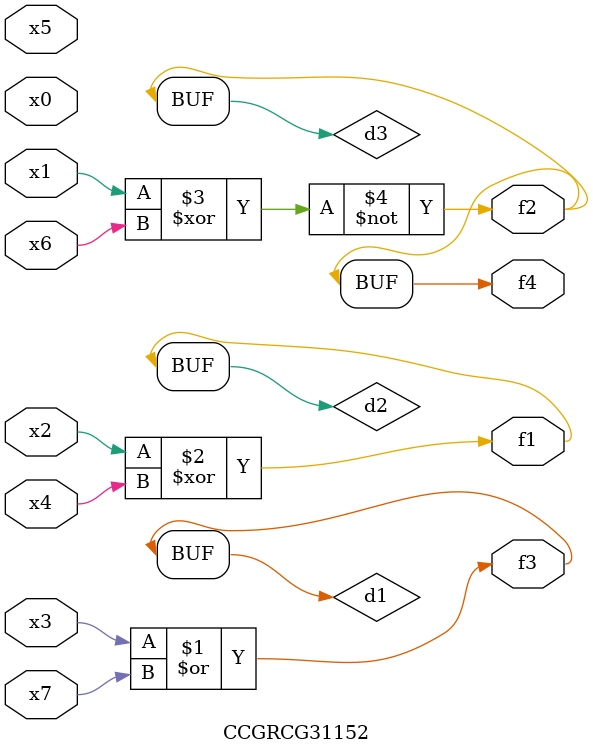
<source format=v>
module CCGRCG31152(
	input x0, x1, x2, x3, x4, x5, x6, x7,
	output f1, f2, f3, f4
);

	wire d1, d2, d3;

	or (d1, x3, x7);
	xor (d2, x2, x4);
	xnor (d3, x1, x6);
	assign f1 = d2;
	assign f2 = d3;
	assign f3 = d1;
	assign f4 = d3;
endmodule

</source>
